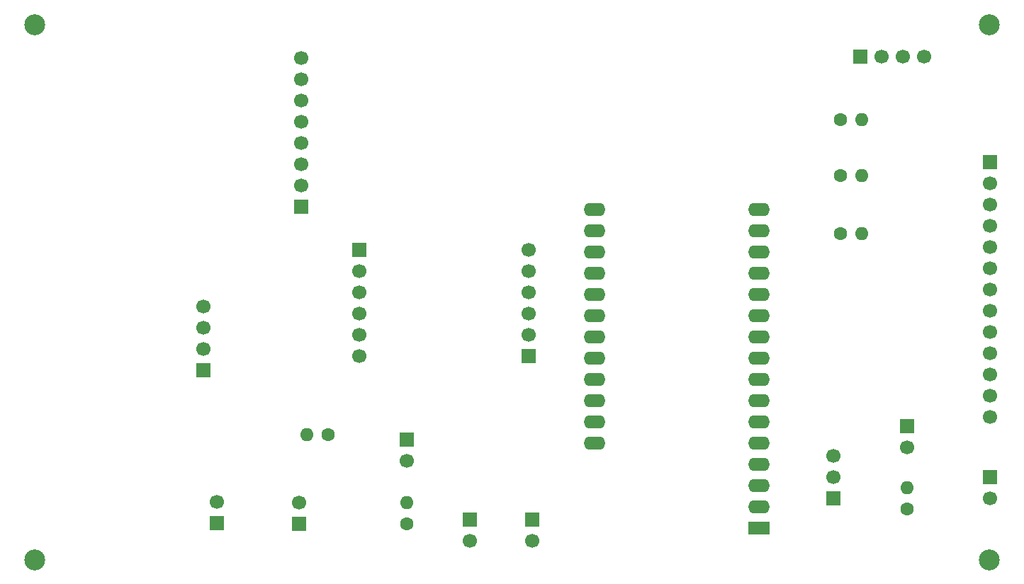
<source format=gbr>
%TF.GenerationSoftware,KiCad,Pcbnew,9.0.1*%
%TF.CreationDate,2025-04-11T18:30:47-04:00*%
%TF.ProjectId,ground_station,67726f75-6e64-45f7-9374-6174696f6e2e,rev?*%
%TF.SameCoordinates,Original*%
%TF.FileFunction,Soldermask,Top*%
%TF.FilePolarity,Negative*%
%FSLAX46Y46*%
G04 Gerber Fmt 4.6, Leading zero omitted, Abs format (unit mm)*
G04 Created by KiCad (PCBNEW 9.0.1) date 2025-04-11 18:30:47*
%MOMM*%
%LPD*%
G01*
G04 APERTURE LIST*
G04 Aperture macros list*
%AMRoundRect*
0 Rectangle with rounded corners*
0 $1 Rounding radius*
0 $2 $3 $4 $5 $6 $7 $8 $9 X,Y pos of 4 corners*
0 Add a 4 corners polygon primitive as box body*
4,1,4,$2,$3,$4,$5,$6,$7,$8,$9,$2,$3,0*
0 Add four circle primitives for the rounded corners*
1,1,$1+$1,$2,$3*
1,1,$1+$1,$4,$5*
1,1,$1+$1,$6,$7*
1,1,$1+$1,$8,$9*
0 Add four rect primitives between the rounded corners*
20,1,$1+$1,$2,$3,$4,$5,0*
20,1,$1+$1,$4,$5,$6,$7,0*
20,1,$1+$1,$6,$7,$8,$9,0*
20,1,$1+$1,$8,$9,$2,$3,0*%
G04 Aperture macros list end*
%ADD10RoundRect,0.250000X1.050000X0.550000X-1.050000X0.550000X-1.050000X-0.550000X1.050000X-0.550000X0*%
%ADD11O,2.600000X1.600000*%
%ADD12C,1.600000*%
%ADD13O,1.600000X1.600000*%
%ADD14R,1.700000X1.700000*%
%ADD15C,1.700000*%
%ADD16C,2.500000*%
G04 APERTURE END LIST*
D10*
%TO.C,A1*%
X168752500Y-117050000D03*
D11*
X168752500Y-114510000D03*
X168752500Y-111970000D03*
X168752500Y-109430000D03*
X168752500Y-106890000D03*
X168752500Y-104350000D03*
X168752500Y-101810000D03*
X168752500Y-99270000D03*
X168752500Y-96730000D03*
X168752500Y-94190000D03*
X168752500Y-91650000D03*
X168752500Y-89110000D03*
X168752500Y-86570000D03*
X168752500Y-84030000D03*
X168752500Y-81490000D03*
X168752500Y-78950000D03*
X149032500Y-78950000D03*
X149032500Y-81490000D03*
X149032500Y-84030000D03*
X149032500Y-86570000D03*
X149032500Y-89110000D03*
X149032500Y-91650000D03*
X149032500Y-94190000D03*
X149032500Y-96730000D03*
X149032500Y-99270000D03*
X149032500Y-101810000D03*
X149032500Y-104350000D03*
X149032500Y-106890000D03*
%TD*%
D12*
%TO.C,R3*%
X178430000Y-74900000D03*
D13*
X180970000Y-74900000D03*
%TD*%
D14*
%TO.C,J14*%
X180820000Y-60675000D03*
D15*
X183360000Y-60675000D03*
X185900000Y-60675000D03*
X188440000Y-60675000D03*
%TD*%
D14*
%TO.C,J4*%
X121000000Y-83720000D03*
D15*
X121000000Y-86260000D03*
X121000000Y-88800000D03*
X121000000Y-91340000D03*
X121000000Y-93880000D03*
X121000000Y-96420000D03*
%TD*%
D14*
%TO.C,J10*%
X196300000Y-73260000D03*
D15*
X196300000Y-75800000D03*
X196300000Y-78340000D03*
X196300000Y-80880000D03*
X196300000Y-83420000D03*
X196300000Y-85960000D03*
X196300000Y-88500000D03*
X196300000Y-91040000D03*
X196300000Y-93580000D03*
X196300000Y-96120000D03*
X196300000Y-98660000D03*
X196300000Y-101200000D03*
X196300000Y-103740000D03*
%TD*%
D14*
%TO.C,J3*%
X114000000Y-78620000D03*
D15*
X114000000Y-76080000D03*
X114000000Y-73540000D03*
X114000000Y-71000000D03*
X114000000Y-68460000D03*
X114000000Y-65920000D03*
X114000000Y-63380000D03*
X114000000Y-60840000D03*
%TD*%
D12*
%TO.C,R1*%
X186400000Y-114740000D03*
D13*
X186400000Y-112200000D03*
%TD*%
D12*
%TO.C,R5*%
X126600000Y-116540000D03*
D13*
X126600000Y-114000000D03*
%TD*%
D14*
%TO.C,J8*%
X126600000Y-106460000D03*
D15*
X126600000Y-109000000D03*
%TD*%
D14*
%TO.C,J12*%
X102300000Y-98180000D03*
D15*
X102300000Y-95640000D03*
X102300000Y-93100000D03*
X102300000Y-90560000D03*
%TD*%
D14*
%TO.C,J13*%
X141600000Y-116000000D03*
D15*
X141600000Y-118540000D03*
%TD*%
D14*
%TO.C,J5*%
X141200000Y-96460000D03*
D15*
X141200000Y-93920000D03*
X141200000Y-91380000D03*
X141200000Y-88840000D03*
X141200000Y-86300000D03*
X141200000Y-83760000D03*
%TD*%
D16*
%TO.C,H3*%
X82200000Y-56800000D03*
%TD*%
D12*
%TO.C,R6*%
X117225000Y-105890000D03*
D13*
X114685000Y-105890000D03*
%TD*%
D12*
%TO.C,R4*%
X178430000Y-81800000D03*
D13*
X180970000Y-81800000D03*
%TD*%
D14*
%TO.C,J1*%
X186400000Y-104860000D03*
D15*
X186400000Y-107400000D03*
%TD*%
D14*
%TO.C,J7*%
X103975000Y-116450000D03*
D15*
X103975000Y-113910000D03*
%TD*%
D16*
%TO.C,H4*%
X196200000Y-56800000D03*
%TD*%
D14*
%TO.C,J11*%
X196300000Y-110900000D03*
D15*
X196300000Y-113440000D03*
%TD*%
D16*
%TO.C,H1*%
X82200000Y-120800000D03*
%TD*%
D12*
%TO.C,R2*%
X178430000Y-68150000D03*
D13*
X180970000Y-68150000D03*
%TD*%
D14*
%TO.C,J6*%
X113800000Y-116540000D03*
D15*
X113800000Y-114000000D03*
%TD*%
D14*
%TO.C,J9*%
X134200000Y-116000000D03*
D15*
X134200000Y-118540000D03*
%TD*%
D14*
%TO.C,J2*%
X177600000Y-113480000D03*
D15*
X177600000Y-110940000D03*
X177600000Y-108400000D03*
%TD*%
D16*
%TO.C,H2*%
X196200000Y-120800000D03*
%TD*%
M02*

</source>
